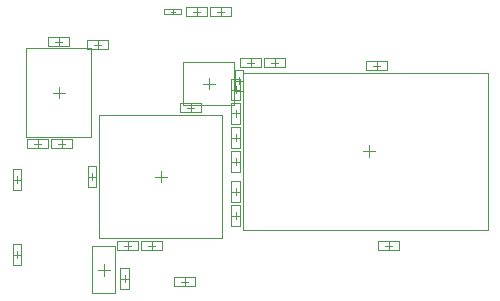
<source format=gbr>
G04 Layer_Color=32768*
%FSLAX42Y42*%
%MOMM*%
%TF.FileFunction,Other,Mechanical_15*%
%TF.Part,Single*%
G01*
G75*
%TA.AperFunction,NonConductor*%
%ADD64C,0.10*%
D64*
X732Y1702D02*
X792D01*
X762Y1672D02*
Y1732D01*
X797Y1612D02*
Y1792D01*
X727Y1612D02*
Y1792D01*
Y1612D02*
X797D01*
X727Y1792D02*
X797D01*
X3175Y2612D02*
Y2672D01*
X3145Y2642D02*
X3205D01*
X3085Y2677D02*
X3265D01*
X3085Y2607D02*
X3265D01*
Y2677D01*
X3085Y2607D02*
Y2677D01*
X1269Y1088D02*
Y1148D01*
X1239Y1118D02*
X1299D01*
X1179Y1083D02*
X1359D01*
X1179Y1153D02*
X1359D01*
X1179Y1083D02*
Y1153D01*
X1359Y1083D02*
Y1153D01*
X1951Y1371D02*
X2011D01*
X1981Y1341D02*
Y1401D01*
X2016Y1281D02*
Y1461D01*
X1946Y1281D02*
Y1461D01*
Y1281D02*
X2016D01*
X1946Y1461D02*
X2016D01*
X1011Y838D02*
X1071D01*
X1041Y808D02*
Y868D01*
X1076Y748D02*
Y928D01*
X1006Y748D02*
Y928D01*
Y748D02*
X1076D01*
X1006Y928D02*
X1076D01*
X97Y1676D02*
X157D01*
X127Y1646D02*
Y1706D01*
X92Y1586D02*
Y1766D01*
X162Y1586D02*
Y1766D01*
X92D02*
X162D01*
X92Y1586D02*
X162D01*
X1067Y1088D02*
Y1148D01*
X1037Y1118D02*
X1097D01*
X977Y1083D02*
X1157D01*
X977Y1153D02*
X1157D01*
X977Y1083D02*
Y1153D01*
X1157Y1083D02*
Y1153D01*
X97Y1041D02*
X157D01*
X127Y1011D02*
Y1071D01*
X162Y951D02*
Y1131D01*
X92Y951D02*
Y1131D01*
Y951D02*
X162D01*
X92Y1131D02*
X162D01*
X814Y914D02*
X914D01*
X864Y864D02*
Y964D01*
X964Y714D02*
Y1114D01*
X764Y714D02*
Y1114D01*
Y714D02*
X964D01*
X764Y1114D02*
X964D01*
X1968Y2309D02*
Y2669D01*
X1538Y2309D02*
Y2669D01*
Y2309D02*
X1968D01*
X1538Y2669D02*
X1968D01*
X1703Y2489D02*
X1803D01*
X1753Y2439D02*
Y2539D01*
X813Y2789D02*
Y2849D01*
X783Y2819D02*
X843D01*
X723Y2784D02*
X903D01*
X723Y2854D02*
X903D01*
Y2784D02*
Y2854D01*
X723Y2784D02*
Y2854D01*
X1346Y1652D02*
Y1752D01*
X1296Y1702D02*
X1396D01*
X826Y2222D02*
X1866D01*
X826Y1182D02*
X1866D01*
Y2222D01*
X826Y1182D02*
Y2222D01*
X1951Y2032D02*
X2011D01*
X1981Y2002D02*
Y2062D01*
X1946Y1942D02*
Y2122D01*
X2016Y1942D02*
Y2122D01*
X1946D02*
X2016D01*
X1946Y1942D02*
X2016D01*
X1951Y2437D02*
X2011D01*
X1981Y2407D02*
Y2467D01*
X1946Y2347D02*
Y2527D01*
X2016Y2347D02*
Y2527D01*
X1946D02*
X2016D01*
X1946Y2347D02*
X2016D01*
X1600Y2256D02*
Y2316D01*
X1570Y2286D02*
X1630D01*
X1510Y2321D02*
X1690D01*
X1510Y2251D02*
X1690D01*
Y2321D01*
X1510Y2251D02*
Y2321D01*
X1951Y1574D02*
X2011D01*
X1981Y1544D02*
Y1604D01*
X1946Y1484D02*
Y1664D01*
X2016Y1484D02*
Y1664D01*
X1946D02*
X2016D01*
X1946Y1484D02*
X2016D01*
X1951Y1828D02*
X2011D01*
X1981Y1798D02*
Y1858D01*
X2016Y1738D02*
Y1918D01*
X1946Y1738D02*
Y1918D01*
Y1738D02*
X2016D01*
X1946Y1918D02*
X2016D01*
X1951Y2236D02*
X2011D01*
X1981Y2206D02*
Y2266D01*
X2016Y2146D02*
Y2326D01*
X1946Y2146D02*
Y2326D01*
Y2146D02*
X2016D01*
X1946Y2326D02*
X2016D01*
X2108Y2637D02*
Y2697D01*
X2078Y2667D02*
X2138D01*
X2018Y2702D02*
X2198D01*
X2018Y2632D02*
X2198D01*
X2018D02*
Y2702D01*
X2198Y2632D02*
Y2702D01*
X1651Y3069D02*
Y3129D01*
X1621Y3099D02*
X1681D01*
X1561Y3134D02*
X1741D01*
X1561Y3064D02*
X1741D01*
X1561D02*
Y3134D01*
X1741Y3064D02*
Y3134D01*
X1977Y2514D02*
X2037D01*
X2007Y2484D02*
Y2544D01*
X2042Y2424D02*
Y2604D01*
X1972Y2424D02*
Y2604D01*
X2042D01*
X1972Y2424D02*
X2042D01*
X1518Y3074D02*
Y3124D01*
X1378Y3074D02*
Y3124D01*
Y3074D02*
X1518D01*
X1378Y3124D02*
X1518D01*
X1430Y3099D02*
X1465D01*
X1448Y3081D02*
Y3116D01*
X483Y2815D02*
Y2875D01*
X453Y2845D02*
X513D01*
X393Y2810D02*
X573D01*
X393Y2880D02*
X573D01*
Y2810D02*
Y2880D01*
X393Y2810D02*
Y2880D01*
X2311Y2637D02*
Y2697D01*
X2281Y2667D02*
X2341D01*
X2221Y2632D02*
X2401D01*
X2221Y2702D02*
X2401D01*
Y2632D02*
Y2702D01*
X2221Y2632D02*
Y2702D01*
X1854Y3069D02*
Y3129D01*
X1824Y3099D02*
X1884D01*
X1764Y3064D02*
X1944D01*
X1764Y3134D02*
X1944D01*
Y3064D02*
Y3134D01*
X1764Y3064D02*
Y3134D01*
X433Y2413D02*
X533D01*
X483Y2363D02*
Y2463D01*
X758Y2038D02*
Y2788D01*
X208Y2038D02*
Y2788D01*
X758D01*
X208Y2038D02*
X758D01*
X305Y1951D02*
Y2011D01*
X275Y1981D02*
X335D01*
X215Y2016D02*
X395D01*
X215Y1946D02*
X395D01*
X215D02*
Y2016D01*
X395Y1946D02*
Y2016D01*
X508Y1951D02*
Y2011D01*
X478Y1981D02*
X538D01*
X418Y2016D02*
X598D01*
X418Y1946D02*
X598D01*
X418D02*
Y2016D01*
X598Y1946D02*
Y2016D01*
X1550Y783D02*
Y843D01*
X1520Y813D02*
X1580D01*
X1460Y848D02*
X1640D01*
X1460Y778D02*
X1640D01*
X1460D02*
Y848D01*
X1640Y778D02*
Y848D01*
X3277Y1088D02*
Y1148D01*
X3247Y1118D02*
X3307D01*
X3187Y1083D02*
X3367D01*
X3187Y1153D02*
X3367D01*
Y1083D02*
Y1153D01*
X3187Y1083D02*
Y1153D01*
X3110Y1865D02*
Y1965D01*
X3060Y1915D02*
X3160D01*
X2045Y1250D02*
Y2580D01*
X4115D01*
Y1250D02*
Y2580D01*
X2045Y1250D02*
X4115D01*
%TF.MD5,8dee67828d4225f84a29262adb07a87f*%
M02*

</source>
